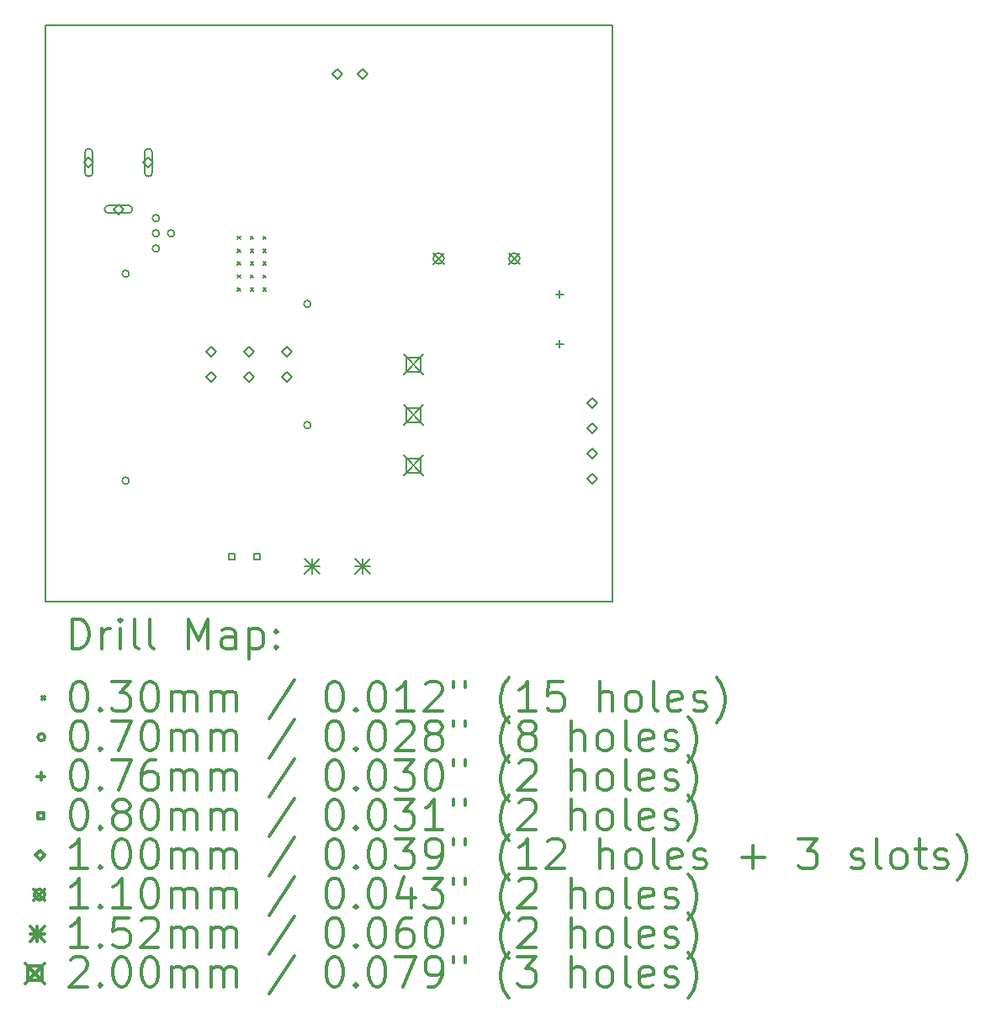
<source format=gbr>
%FSLAX45Y45*%
G04 Gerber Fmt 4.5, Leading zero omitted, Abs format (unit mm)*
G04 Created by KiCad (PCBNEW 4.0.7) date 10/02/18 03:43:43*
%MOMM*%
%LPD*%
G01*
G04 APERTURE LIST*
%ADD10C,0.127000*%
%ADD11C,0.150000*%
%ADD12C,0.200000*%
%ADD13C,0.300000*%
G04 APERTURE END LIST*
D10*
D11*
X14700000Y-12800000D02*
X14700000Y-7000000D01*
X9000000Y-12800000D02*
X9000000Y-7000000D01*
X9000000Y-12800000D02*
X14700000Y-12800000D01*
X9000000Y-7000000D02*
X14700000Y-7000000D01*
D12*
X10929400Y-9123000D02*
X10959400Y-9153000D01*
X10959400Y-9123000D02*
X10929400Y-9153000D01*
X10929400Y-9253000D02*
X10959400Y-9283000D01*
X10959400Y-9253000D02*
X10929400Y-9283000D01*
X10929400Y-9383000D02*
X10959400Y-9413000D01*
X10959400Y-9383000D02*
X10929400Y-9413000D01*
X10929400Y-9513000D02*
X10959400Y-9543000D01*
X10959400Y-9513000D02*
X10929400Y-9543000D01*
X10929400Y-9643000D02*
X10959400Y-9673000D01*
X10959400Y-9643000D02*
X10929400Y-9673000D01*
X11059400Y-9123000D02*
X11089400Y-9153000D01*
X11089400Y-9123000D02*
X11059400Y-9153000D01*
X11059400Y-9253000D02*
X11089400Y-9283000D01*
X11089400Y-9253000D02*
X11059400Y-9283000D01*
X11059400Y-9383000D02*
X11089400Y-9413000D01*
X11089400Y-9383000D02*
X11059400Y-9413000D01*
X11059400Y-9513000D02*
X11089400Y-9543000D01*
X11089400Y-9513000D02*
X11059400Y-9543000D01*
X11059400Y-9643000D02*
X11089400Y-9673000D01*
X11089400Y-9643000D02*
X11059400Y-9673000D01*
X11189400Y-9123000D02*
X11219400Y-9153000D01*
X11219400Y-9123000D02*
X11189400Y-9153000D01*
X11189400Y-9253000D02*
X11219400Y-9283000D01*
X11219400Y-9253000D02*
X11189400Y-9283000D01*
X11189400Y-9383000D02*
X11219400Y-9413000D01*
X11219400Y-9383000D02*
X11189400Y-9413000D01*
X11189400Y-9513000D02*
X11219400Y-9543000D01*
X11219400Y-9513000D02*
X11189400Y-9543000D01*
X11189400Y-9643000D02*
X11219400Y-9673000D01*
X11219400Y-9643000D02*
X11189400Y-9673000D01*
X9839400Y-9499600D02*
G75*
G03X9839400Y-9499600I-35000J0D01*
G01*
X9839400Y-11582400D02*
G75*
G03X9839400Y-11582400I-35000J0D01*
G01*
X10144200Y-8940800D02*
G75*
G03X10144200Y-8940800I-35000J0D01*
G01*
X10144200Y-9093200D02*
G75*
G03X10144200Y-9093200I-35000J0D01*
G01*
X10144200Y-9245600D02*
G75*
G03X10144200Y-9245600I-35000J0D01*
G01*
X10296600Y-9093200D02*
G75*
G03X10296600Y-9093200I-35000J0D01*
G01*
X11668200Y-9804400D02*
G75*
G03X11668200Y-9804400I-35000J0D01*
G01*
X11668200Y-11023600D02*
G75*
G03X11668200Y-11023600I-35000J0D01*
G01*
X14173200Y-9668700D02*
X14173200Y-9744900D01*
X14135100Y-9706800D02*
X14211300Y-9706800D01*
X14173200Y-10168700D02*
X14173200Y-10244900D01*
X14135100Y-10206800D02*
X14211300Y-10206800D01*
X10899485Y-12372684D02*
X10899485Y-12316115D01*
X10842916Y-12316115D01*
X10842916Y-12372684D01*
X10899485Y-12372684D01*
X11153485Y-12372684D02*
X11153485Y-12316115D01*
X11096916Y-12316115D01*
X11096916Y-12372684D01*
X11153485Y-12372684D01*
X9433000Y-8432000D02*
X9483000Y-8382000D01*
X9433000Y-8332000D01*
X9383000Y-8382000D01*
X9433000Y-8432000D01*
X9393000Y-8282000D02*
X9393000Y-8482000D01*
X9473000Y-8282000D02*
X9473000Y-8482000D01*
X9393000Y-8482000D02*
G75*
G03X9473000Y-8482000I40000J0D01*
G01*
X9473000Y-8282000D02*
G75*
G03X9393000Y-8282000I-40000J0D01*
G01*
X9733000Y-8902000D02*
X9783000Y-8852000D01*
X9733000Y-8802000D01*
X9683000Y-8852000D01*
X9733000Y-8902000D01*
X9633000Y-8892000D02*
X9833000Y-8892000D01*
X9633000Y-8812000D02*
X9833000Y-8812000D01*
X9833000Y-8892000D02*
G75*
G03X9833000Y-8812000I0J40000D01*
G01*
X9633000Y-8812000D02*
G75*
G03X9633000Y-8892000I0J-40000D01*
G01*
X10033000Y-8432000D02*
X10083000Y-8382000D01*
X10033000Y-8332000D01*
X9983000Y-8382000D01*
X10033000Y-8432000D01*
X9993000Y-8282000D02*
X9993000Y-8482000D01*
X10073000Y-8282000D02*
X10073000Y-8482000D01*
X9993000Y-8482000D02*
G75*
G03X10073000Y-8482000I40000J0D01*
G01*
X10073000Y-8282000D02*
G75*
G03X9993000Y-8282000I-40000J0D01*
G01*
X10668000Y-10337000D02*
X10718000Y-10287000D01*
X10668000Y-10237000D01*
X10618000Y-10287000D01*
X10668000Y-10337000D01*
X10668000Y-10591000D02*
X10718000Y-10541000D01*
X10668000Y-10491000D01*
X10618000Y-10541000D01*
X10668000Y-10591000D01*
X11049000Y-10337000D02*
X11099000Y-10287000D01*
X11049000Y-10237000D01*
X10999000Y-10287000D01*
X11049000Y-10337000D01*
X11049000Y-10591000D02*
X11099000Y-10541000D01*
X11049000Y-10491000D01*
X10999000Y-10541000D01*
X11049000Y-10591000D01*
X11430000Y-10337000D02*
X11480000Y-10287000D01*
X11430000Y-10237000D01*
X11380000Y-10287000D01*
X11430000Y-10337000D01*
X11430000Y-10591000D02*
X11480000Y-10541000D01*
X11430000Y-10491000D01*
X11380000Y-10541000D01*
X11430000Y-10591000D01*
X11938000Y-7543000D02*
X11988000Y-7493000D01*
X11938000Y-7443000D01*
X11888000Y-7493000D01*
X11938000Y-7543000D01*
X12192000Y-7543000D02*
X12242000Y-7493000D01*
X12192000Y-7443000D01*
X12142000Y-7493000D01*
X12192000Y-7543000D01*
X14500000Y-10850000D02*
X14550000Y-10800000D01*
X14500000Y-10750000D01*
X14450000Y-10800000D01*
X14500000Y-10850000D01*
X14500000Y-11104000D02*
X14550000Y-11054000D01*
X14500000Y-11004000D01*
X14450000Y-11054000D01*
X14500000Y-11104000D01*
X14500000Y-11358000D02*
X14550000Y-11308000D01*
X14500000Y-11258000D01*
X14450000Y-11308000D01*
X14500000Y-11358000D01*
X14500000Y-11612000D02*
X14550000Y-11562000D01*
X14500000Y-11512000D01*
X14450000Y-11562000D01*
X14500000Y-11612000D01*
X12899000Y-9292200D02*
X13009000Y-9402200D01*
X13009000Y-9292200D02*
X12899000Y-9402200D01*
X13009000Y-9347200D02*
G75*
G03X13009000Y-9347200I-55000J0D01*
G01*
X13661000Y-9292200D02*
X13771000Y-9402200D01*
X13771000Y-9292200D02*
X13661000Y-9402200D01*
X13771000Y-9347200D02*
G75*
G03X13771000Y-9347200I-55000J0D01*
G01*
X11608000Y-12370000D02*
X11760000Y-12522000D01*
X11760000Y-12370000D02*
X11608000Y-12522000D01*
X11684000Y-12370000D02*
X11684000Y-12522000D01*
X11608000Y-12446000D02*
X11760000Y-12446000D01*
X12116000Y-12370000D02*
X12268000Y-12522000D01*
X12268000Y-12370000D02*
X12116000Y-12522000D01*
X12192000Y-12370000D02*
X12192000Y-12522000D01*
X12116000Y-12446000D02*
X12268000Y-12446000D01*
X12600000Y-10314000D02*
X12800000Y-10514000D01*
X12800000Y-10314000D02*
X12600000Y-10514000D01*
X12770711Y-10484711D02*
X12770711Y-10343289D01*
X12629289Y-10343289D01*
X12629289Y-10484711D01*
X12770711Y-10484711D01*
X12600000Y-10822000D02*
X12800000Y-11022000D01*
X12800000Y-10822000D02*
X12600000Y-11022000D01*
X12770711Y-10992711D02*
X12770711Y-10851289D01*
X12629289Y-10851289D01*
X12629289Y-10992711D01*
X12770711Y-10992711D01*
X12600000Y-11330000D02*
X12800000Y-11530000D01*
X12800000Y-11330000D02*
X12600000Y-11530000D01*
X12770711Y-11500711D02*
X12770711Y-11359289D01*
X12629289Y-11359289D01*
X12629289Y-11500711D01*
X12770711Y-11500711D01*
D13*
X9263929Y-13273214D02*
X9263929Y-12973214D01*
X9335357Y-12973214D01*
X9378214Y-12987500D01*
X9406786Y-13016071D01*
X9421071Y-13044643D01*
X9435357Y-13101786D01*
X9435357Y-13144643D01*
X9421071Y-13201786D01*
X9406786Y-13230357D01*
X9378214Y-13258929D01*
X9335357Y-13273214D01*
X9263929Y-13273214D01*
X9563929Y-13273214D02*
X9563929Y-13073214D01*
X9563929Y-13130357D02*
X9578214Y-13101786D01*
X9592500Y-13087500D01*
X9621071Y-13073214D01*
X9649643Y-13073214D01*
X9749643Y-13273214D02*
X9749643Y-13073214D01*
X9749643Y-12973214D02*
X9735357Y-12987500D01*
X9749643Y-13001786D01*
X9763929Y-12987500D01*
X9749643Y-12973214D01*
X9749643Y-13001786D01*
X9935357Y-13273214D02*
X9906786Y-13258929D01*
X9892500Y-13230357D01*
X9892500Y-12973214D01*
X10092500Y-13273214D02*
X10063929Y-13258929D01*
X10049643Y-13230357D01*
X10049643Y-12973214D01*
X10435357Y-13273214D02*
X10435357Y-12973214D01*
X10535357Y-13187500D01*
X10635357Y-12973214D01*
X10635357Y-13273214D01*
X10906786Y-13273214D02*
X10906786Y-13116071D01*
X10892500Y-13087500D01*
X10863929Y-13073214D01*
X10806786Y-13073214D01*
X10778214Y-13087500D01*
X10906786Y-13258929D02*
X10878214Y-13273214D01*
X10806786Y-13273214D01*
X10778214Y-13258929D01*
X10763929Y-13230357D01*
X10763929Y-13201786D01*
X10778214Y-13173214D01*
X10806786Y-13158929D01*
X10878214Y-13158929D01*
X10906786Y-13144643D01*
X11049643Y-13073214D02*
X11049643Y-13373214D01*
X11049643Y-13087500D02*
X11078214Y-13073214D01*
X11135357Y-13073214D01*
X11163929Y-13087500D01*
X11178214Y-13101786D01*
X11192500Y-13130357D01*
X11192500Y-13216071D01*
X11178214Y-13244643D01*
X11163929Y-13258929D01*
X11135357Y-13273214D01*
X11078214Y-13273214D01*
X11049643Y-13258929D01*
X11321071Y-13244643D02*
X11335357Y-13258929D01*
X11321071Y-13273214D01*
X11306786Y-13258929D01*
X11321071Y-13244643D01*
X11321071Y-13273214D01*
X11321071Y-13087500D02*
X11335357Y-13101786D01*
X11321071Y-13116071D01*
X11306786Y-13101786D01*
X11321071Y-13087500D01*
X11321071Y-13116071D01*
X8962500Y-13752500D02*
X8992500Y-13782500D01*
X8992500Y-13752500D02*
X8962500Y-13782500D01*
X9321071Y-13603214D02*
X9349643Y-13603214D01*
X9378214Y-13617500D01*
X9392500Y-13631786D01*
X9406786Y-13660357D01*
X9421071Y-13717500D01*
X9421071Y-13788929D01*
X9406786Y-13846071D01*
X9392500Y-13874643D01*
X9378214Y-13888929D01*
X9349643Y-13903214D01*
X9321071Y-13903214D01*
X9292500Y-13888929D01*
X9278214Y-13874643D01*
X9263929Y-13846071D01*
X9249643Y-13788929D01*
X9249643Y-13717500D01*
X9263929Y-13660357D01*
X9278214Y-13631786D01*
X9292500Y-13617500D01*
X9321071Y-13603214D01*
X9549643Y-13874643D02*
X9563929Y-13888929D01*
X9549643Y-13903214D01*
X9535357Y-13888929D01*
X9549643Y-13874643D01*
X9549643Y-13903214D01*
X9663928Y-13603214D02*
X9849643Y-13603214D01*
X9749643Y-13717500D01*
X9792500Y-13717500D01*
X9821071Y-13731786D01*
X9835357Y-13746071D01*
X9849643Y-13774643D01*
X9849643Y-13846071D01*
X9835357Y-13874643D01*
X9821071Y-13888929D01*
X9792500Y-13903214D01*
X9706786Y-13903214D01*
X9678214Y-13888929D01*
X9663928Y-13874643D01*
X10035357Y-13603214D02*
X10063929Y-13603214D01*
X10092500Y-13617500D01*
X10106786Y-13631786D01*
X10121071Y-13660357D01*
X10135357Y-13717500D01*
X10135357Y-13788929D01*
X10121071Y-13846071D01*
X10106786Y-13874643D01*
X10092500Y-13888929D01*
X10063929Y-13903214D01*
X10035357Y-13903214D01*
X10006786Y-13888929D01*
X9992500Y-13874643D01*
X9978214Y-13846071D01*
X9963929Y-13788929D01*
X9963929Y-13717500D01*
X9978214Y-13660357D01*
X9992500Y-13631786D01*
X10006786Y-13617500D01*
X10035357Y-13603214D01*
X10263929Y-13903214D02*
X10263929Y-13703214D01*
X10263929Y-13731786D02*
X10278214Y-13717500D01*
X10306786Y-13703214D01*
X10349643Y-13703214D01*
X10378214Y-13717500D01*
X10392500Y-13746071D01*
X10392500Y-13903214D01*
X10392500Y-13746071D02*
X10406786Y-13717500D01*
X10435357Y-13703214D01*
X10478214Y-13703214D01*
X10506786Y-13717500D01*
X10521071Y-13746071D01*
X10521071Y-13903214D01*
X10663929Y-13903214D02*
X10663929Y-13703214D01*
X10663929Y-13731786D02*
X10678214Y-13717500D01*
X10706786Y-13703214D01*
X10749643Y-13703214D01*
X10778214Y-13717500D01*
X10792500Y-13746071D01*
X10792500Y-13903214D01*
X10792500Y-13746071D02*
X10806786Y-13717500D01*
X10835357Y-13703214D01*
X10878214Y-13703214D01*
X10906786Y-13717500D01*
X10921071Y-13746071D01*
X10921071Y-13903214D01*
X11506786Y-13588929D02*
X11249643Y-13974643D01*
X11892500Y-13603214D02*
X11921071Y-13603214D01*
X11949643Y-13617500D01*
X11963928Y-13631786D01*
X11978214Y-13660357D01*
X11992500Y-13717500D01*
X11992500Y-13788929D01*
X11978214Y-13846071D01*
X11963928Y-13874643D01*
X11949643Y-13888929D01*
X11921071Y-13903214D01*
X11892500Y-13903214D01*
X11863928Y-13888929D01*
X11849643Y-13874643D01*
X11835357Y-13846071D01*
X11821071Y-13788929D01*
X11821071Y-13717500D01*
X11835357Y-13660357D01*
X11849643Y-13631786D01*
X11863928Y-13617500D01*
X11892500Y-13603214D01*
X12121071Y-13874643D02*
X12135357Y-13888929D01*
X12121071Y-13903214D01*
X12106786Y-13888929D01*
X12121071Y-13874643D01*
X12121071Y-13903214D01*
X12321071Y-13603214D02*
X12349643Y-13603214D01*
X12378214Y-13617500D01*
X12392500Y-13631786D01*
X12406785Y-13660357D01*
X12421071Y-13717500D01*
X12421071Y-13788929D01*
X12406785Y-13846071D01*
X12392500Y-13874643D01*
X12378214Y-13888929D01*
X12349643Y-13903214D01*
X12321071Y-13903214D01*
X12292500Y-13888929D01*
X12278214Y-13874643D01*
X12263928Y-13846071D01*
X12249643Y-13788929D01*
X12249643Y-13717500D01*
X12263928Y-13660357D01*
X12278214Y-13631786D01*
X12292500Y-13617500D01*
X12321071Y-13603214D01*
X12706785Y-13903214D02*
X12535357Y-13903214D01*
X12621071Y-13903214D02*
X12621071Y-13603214D01*
X12592500Y-13646071D01*
X12563928Y-13674643D01*
X12535357Y-13688929D01*
X12821071Y-13631786D02*
X12835357Y-13617500D01*
X12863928Y-13603214D01*
X12935357Y-13603214D01*
X12963928Y-13617500D01*
X12978214Y-13631786D01*
X12992500Y-13660357D01*
X12992500Y-13688929D01*
X12978214Y-13731786D01*
X12806785Y-13903214D01*
X12992500Y-13903214D01*
X13106786Y-13603214D02*
X13106786Y-13660357D01*
X13221071Y-13603214D02*
X13221071Y-13660357D01*
X13663928Y-14017500D02*
X13649643Y-14003214D01*
X13621071Y-13960357D01*
X13606785Y-13931786D01*
X13592500Y-13888929D01*
X13578214Y-13817500D01*
X13578214Y-13760357D01*
X13592500Y-13688929D01*
X13606785Y-13646071D01*
X13621071Y-13617500D01*
X13649643Y-13574643D01*
X13663928Y-13560357D01*
X13935357Y-13903214D02*
X13763928Y-13903214D01*
X13849643Y-13903214D02*
X13849643Y-13603214D01*
X13821071Y-13646071D01*
X13792500Y-13674643D01*
X13763928Y-13688929D01*
X14206785Y-13603214D02*
X14063928Y-13603214D01*
X14049643Y-13746071D01*
X14063928Y-13731786D01*
X14092500Y-13717500D01*
X14163928Y-13717500D01*
X14192500Y-13731786D01*
X14206785Y-13746071D01*
X14221071Y-13774643D01*
X14221071Y-13846071D01*
X14206785Y-13874643D01*
X14192500Y-13888929D01*
X14163928Y-13903214D01*
X14092500Y-13903214D01*
X14063928Y-13888929D01*
X14049643Y-13874643D01*
X14578214Y-13903214D02*
X14578214Y-13603214D01*
X14706785Y-13903214D02*
X14706785Y-13746071D01*
X14692500Y-13717500D01*
X14663928Y-13703214D01*
X14621071Y-13703214D01*
X14592500Y-13717500D01*
X14578214Y-13731786D01*
X14892500Y-13903214D02*
X14863928Y-13888929D01*
X14849643Y-13874643D01*
X14835357Y-13846071D01*
X14835357Y-13760357D01*
X14849643Y-13731786D01*
X14863928Y-13717500D01*
X14892500Y-13703214D01*
X14935357Y-13703214D01*
X14963928Y-13717500D01*
X14978214Y-13731786D01*
X14992500Y-13760357D01*
X14992500Y-13846071D01*
X14978214Y-13874643D01*
X14963928Y-13888929D01*
X14935357Y-13903214D01*
X14892500Y-13903214D01*
X15163928Y-13903214D02*
X15135357Y-13888929D01*
X15121071Y-13860357D01*
X15121071Y-13603214D01*
X15392500Y-13888929D02*
X15363928Y-13903214D01*
X15306786Y-13903214D01*
X15278214Y-13888929D01*
X15263928Y-13860357D01*
X15263928Y-13746071D01*
X15278214Y-13717500D01*
X15306786Y-13703214D01*
X15363928Y-13703214D01*
X15392500Y-13717500D01*
X15406786Y-13746071D01*
X15406786Y-13774643D01*
X15263928Y-13803214D01*
X15521071Y-13888929D02*
X15549643Y-13903214D01*
X15606786Y-13903214D01*
X15635357Y-13888929D01*
X15649643Y-13860357D01*
X15649643Y-13846071D01*
X15635357Y-13817500D01*
X15606786Y-13803214D01*
X15563928Y-13803214D01*
X15535357Y-13788929D01*
X15521071Y-13760357D01*
X15521071Y-13746071D01*
X15535357Y-13717500D01*
X15563928Y-13703214D01*
X15606786Y-13703214D01*
X15635357Y-13717500D01*
X15749643Y-14017500D02*
X15763928Y-14003214D01*
X15792500Y-13960357D01*
X15806786Y-13931786D01*
X15821071Y-13888929D01*
X15835357Y-13817500D01*
X15835357Y-13760357D01*
X15821071Y-13688929D01*
X15806786Y-13646071D01*
X15792500Y-13617500D01*
X15763928Y-13574643D01*
X15749643Y-13560357D01*
X8992500Y-14163500D02*
G75*
G03X8992500Y-14163500I-35000J0D01*
G01*
X9321071Y-13999214D02*
X9349643Y-13999214D01*
X9378214Y-14013500D01*
X9392500Y-14027786D01*
X9406786Y-14056357D01*
X9421071Y-14113500D01*
X9421071Y-14184929D01*
X9406786Y-14242071D01*
X9392500Y-14270643D01*
X9378214Y-14284929D01*
X9349643Y-14299214D01*
X9321071Y-14299214D01*
X9292500Y-14284929D01*
X9278214Y-14270643D01*
X9263929Y-14242071D01*
X9249643Y-14184929D01*
X9249643Y-14113500D01*
X9263929Y-14056357D01*
X9278214Y-14027786D01*
X9292500Y-14013500D01*
X9321071Y-13999214D01*
X9549643Y-14270643D02*
X9563929Y-14284929D01*
X9549643Y-14299214D01*
X9535357Y-14284929D01*
X9549643Y-14270643D01*
X9549643Y-14299214D01*
X9663928Y-13999214D02*
X9863928Y-13999214D01*
X9735357Y-14299214D01*
X10035357Y-13999214D02*
X10063929Y-13999214D01*
X10092500Y-14013500D01*
X10106786Y-14027786D01*
X10121071Y-14056357D01*
X10135357Y-14113500D01*
X10135357Y-14184929D01*
X10121071Y-14242071D01*
X10106786Y-14270643D01*
X10092500Y-14284929D01*
X10063929Y-14299214D01*
X10035357Y-14299214D01*
X10006786Y-14284929D01*
X9992500Y-14270643D01*
X9978214Y-14242071D01*
X9963929Y-14184929D01*
X9963929Y-14113500D01*
X9978214Y-14056357D01*
X9992500Y-14027786D01*
X10006786Y-14013500D01*
X10035357Y-13999214D01*
X10263929Y-14299214D02*
X10263929Y-14099214D01*
X10263929Y-14127786D02*
X10278214Y-14113500D01*
X10306786Y-14099214D01*
X10349643Y-14099214D01*
X10378214Y-14113500D01*
X10392500Y-14142071D01*
X10392500Y-14299214D01*
X10392500Y-14142071D02*
X10406786Y-14113500D01*
X10435357Y-14099214D01*
X10478214Y-14099214D01*
X10506786Y-14113500D01*
X10521071Y-14142071D01*
X10521071Y-14299214D01*
X10663929Y-14299214D02*
X10663929Y-14099214D01*
X10663929Y-14127786D02*
X10678214Y-14113500D01*
X10706786Y-14099214D01*
X10749643Y-14099214D01*
X10778214Y-14113500D01*
X10792500Y-14142071D01*
X10792500Y-14299214D01*
X10792500Y-14142071D02*
X10806786Y-14113500D01*
X10835357Y-14099214D01*
X10878214Y-14099214D01*
X10906786Y-14113500D01*
X10921071Y-14142071D01*
X10921071Y-14299214D01*
X11506786Y-13984929D02*
X11249643Y-14370643D01*
X11892500Y-13999214D02*
X11921071Y-13999214D01*
X11949643Y-14013500D01*
X11963928Y-14027786D01*
X11978214Y-14056357D01*
X11992500Y-14113500D01*
X11992500Y-14184929D01*
X11978214Y-14242071D01*
X11963928Y-14270643D01*
X11949643Y-14284929D01*
X11921071Y-14299214D01*
X11892500Y-14299214D01*
X11863928Y-14284929D01*
X11849643Y-14270643D01*
X11835357Y-14242071D01*
X11821071Y-14184929D01*
X11821071Y-14113500D01*
X11835357Y-14056357D01*
X11849643Y-14027786D01*
X11863928Y-14013500D01*
X11892500Y-13999214D01*
X12121071Y-14270643D02*
X12135357Y-14284929D01*
X12121071Y-14299214D01*
X12106786Y-14284929D01*
X12121071Y-14270643D01*
X12121071Y-14299214D01*
X12321071Y-13999214D02*
X12349643Y-13999214D01*
X12378214Y-14013500D01*
X12392500Y-14027786D01*
X12406785Y-14056357D01*
X12421071Y-14113500D01*
X12421071Y-14184929D01*
X12406785Y-14242071D01*
X12392500Y-14270643D01*
X12378214Y-14284929D01*
X12349643Y-14299214D01*
X12321071Y-14299214D01*
X12292500Y-14284929D01*
X12278214Y-14270643D01*
X12263928Y-14242071D01*
X12249643Y-14184929D01*
X12249643Y-14113500D01*
X12263928Y-14056357D01*
X12278214Y-14027786D01*
X12292500Y-14013500D01*
X12321071Y-13999214D01*
X12535357Y-14027786D02*
X12549643Y-14013500D01*
X12578214Y-13999214D01*
X12649643Y-13999214D01*
X12678214Y-14013500D01*
X12692500Y-14027786D01*
X12706785Y-14056357D01*
X12706785Y-14084929D01*
X12692500Y-14127786D01*
X12521071Y-14299214D01*
X12706785Y-14299214D01*
X12878214Y-14127786D02*
X12849643Y-14113500D01*
X12835357Y-14099214D01*
X12821071Y-14070643D01*
X12821071Y-14056357D01*
X12835357Y-14027786D01*
X12849643Y-14013500D01*
X12878214Y-13999214D01*
X12935357Y-13999214D01*
X12963928Y-14013500D01*
X12978214Y-14027786D01*
X12992500Y-14056357D01*
X12992500Y-14070643D01*
X12978214Y-14099214D01*
X12963928Y-14113500D01*
X12935357Y-14127786D01*
X12878214Y-14127786D01*
X12849643Y-14142071D01*
X12835357Y-14156357D01*
X12821071Y-14184929D01*
X12821071Y-14242071D01*
X12835357Y-14270643D01*
X12849643Y-14284929D01*
X12878214Y-14299214D01*
X12935357Y-14299214D01*
X12963928Y-14284929D01*
X12978214Y-14270643D01*
X12992500Y-14242071D01*
X12992500Y-14184929D01*
X12978214Y-14156357D01*
X12963928Y-14142071D01*
X12935357Y-14127786D01*
X13106786Y-13999214D02*
X13106786Y-14056357D01*
X13221071Y-13999214D02*
X13221071Y-14056357D01*
X13663928Y-14413500D02*
X13649643Y-14399214D01*
X13621071Y-14356357D01*
X13606785Y-14327786D01*
X13592500Y-14284929D01*
X13578214Y-14213500D01*
X13578214Y-14156357D01*
X13592500Y-14084929D01*
X13606785Y-14042071D01*
X13621071Y-14013500D01*
X13649643Y-13970643D01*
X13663928Y-13956357D01*
X13821071Y-14127786D02*
X13792500Y-14113500D01*
X13778214Y-14099214D01*
X13763928Y-14070643D01*
X13763928Y-14056357D01*
X13778214Y-14027786D01*
X13792500Y-14013500D01*
X13821071Y-13999214D01*
X13878214Y-13999214D01*
X13906785Y-14013500D01*
X13921071Y-14027786D01*
X13935357Y-14056357D01*
X13935357Y-14070643D01*
X13921071Y-14099214D01*
X13906785Y-14113500D01*
X13878214Y-14127786D01*
X13821071Y-14127786D01*
X13792500Y-14142071D01*
X13778214Y-14156357D01*
X13763928Y-14184929D01*
X13763928Y-14242071D01*
X13778214Y-14270643D01*
X13792500Y-14284929D01*
X13821071Y-14299214D01*
X13878214Y-14299214D01*
X13906785Y-14284929D01*
X13921071Y-14270643D01*
X13935357Y-14242071D01*
X13935357Y-14184929D01*
X13921071Y-14156357D01*
X13906785Y-14142071D01*
X13878214Y-14127786D01*
X14292500Y-14299214D02*
X14292500Y-13999214D01*
X14421071Y-14299214D02*
X14421071Y-14142071D01*
X14406785Y-14113500D01*
X14378214Y-14099214D01*
X14335357Y-14099214D01*
X14306785Y-14113500D01*
X14292500Y-14127786D01*
X14606785Y-14299214D02*
X14578214Y-14284929D01*
X14563928Y-14270643D01*
X14549643Y-14242071D01*
X14549643Y-14156357D01*
X14563928Y-14127786D01*
X14578214Y-14113500D01*
X14606785Y-14099214D01*
X14649643Y-14099214D01*
X14678214Y-14113500D01*
X14692500Y-14127786D01*
X14706785Y-14156357D01*
X14706785Y-14242071D01*
X14692500Y-14270643D01*
X14678214Y-14284929D01*
X14649643Y-14299214D01*
X14606785Y-14299214D01*
X14878214Y-14299214D02*
X14849643Y-14284929D01*
X14835357Y-14256357D01*
X14835357Y-13999214D01*
X15106786Y-14284929D02*
X15078214Y-14299214D01*
X15021071Y-14299214D01*
X14992500Y-14284929D01*
X14978214Y-14256357D01*
X14978214Y-14142071D01*
X14992500Y-14113500D01*
X15021071Y-14099214D01*
X15078214Y-14099214D01*
X15106786Y-14113500D01*
X15121071Y-14142071D01*
X15121071Y-14170643D01*
X14978214Y-14199214D01*
X15235357Y-14284929D02*
X15263928Y-14299214D01*
X15321071Y-14299214D01*
X15349643Y-14284929D01*
X15363928Y-14256357D01*
X15363928Y-14242071D01*
X15349643Y-14213500D01*
X15321071Y-14199214D01*
X15278214Y-14199214D01*
X15249643Y-14184929D01*
X15235357Y-14156357D01*
X15235357Y-14142071D01*
X15249643Y-14113500D01*
X15278214Y-14099214D01*
X15321071Y-14099214D01*
X15349643Y-14113500D01*
X15463928Y-14413500D02*
X15478214Y-14399214D01*
X15506786Y-14356357D01*
X15521071Y-14327786D01*
X15535357Y-14284929D01*
X15549643Y-14213500D01*
X15549643Y-14156357D01*
X15535357Y-14084929D01*
X15521071Y-14042071D01*
X15506786Y-14013500D01*
X15478214Y-13970643D01*
X15463928Y-13956357D01*
X8954400Y-14521400D02*
X8954400Y-14597600D01*
X8916300Y-14559500D02*
X8992500Y-14559500D01*
X9321071Y-14395214D02*
X9349643Y-14395214D01*
X9378214Y-14409500D01*
X9392500Y-14423786D01*
X9406786Y-14452357D01*
X9421071Y-14509500D01*
X9421071Y-14580929D01*
X9406786Y-14638071D01*
X9392500Y-14666643D01*
X9378214Y-14680929D01*
X9349643Y-14695214D01*
X9321071Y-14695214D01*
X9292500Y-14680929D01*
X9278214Y-14666643D01*
X9263929Y-14638071D01*
X9249643Y-14580929D01*
X9249643Y-14509500D01*
X9263929Y-14452357D01*
X9278214Y-14423786D01*
X9292500Y-14409500D01*
X9321071Y-14395214D01*
X9549643Y-14666643D02*
X9563929Y-14680929D01*
X9549643Y-14695214D01*
X9535357Y-14680929D01*
X9549643Y-14666643D01*
X9549643Y-14695214D01*
X9663928Y-14395214D02*
X9863928Y-14395214D01*
X9735357Y-14695214D01*
X10106786Y-14395214D02*
X10049643Y-14395214D01*
X10021071Y-14409500D01*
X10006786Y-14423786D01*
X9978214Y-14466643D01*
X9963929Y-14523786D01*
X9963929Y-14638071D01*
X9978214Y-14666643D01*
X9992500Y-14680929D01*
X10021071Y-14695214D01*
X10078214Y-14695214D01*
X10106786Y-14680929D01*
X10121071Y-14666643D01*
X10135357Y-14638071D01*
X10135357Y-14566643D01*
X10121071Y-14538071D01*
X10106786Y-14523786D01*
X10078214Y-14509500D01*
X10021071Y-14509500D01*
X9992500Y-14523786D01*
X9978214Y-14538071D01*
X9963929Y-14566643D01*
X10263929Y-14695214D02*
X10263929Y-14495214D01*
X10263929Y-14523786D02*
X10278214Y-14509500D01*
X10306786Y-14495214D01*
X10349643Y-14495214D01*
X10378214Y-14509500D01*
X10392500Y-14538071D01*
X10392500Y-14695214D01*
X10392500Y-14538071D02*
X10406786Y-14509500D01*
X10435357Y-14495214D01*
X10478214Y-14495214D01*
X10506786Y-14509500D01*
X10521071Y-14538071D01*
X10521071Y-14695214D01*
X10663929Y-14695214D02*
X10663929Y-14495214D01*
X10663929Y-14523786D02*
X10678214Y-14509500D01*
X10706786Y-14495214D01*
X10749643Y-14495214D01*
X10778214Y-14509500D01*
X10792500Y-14538071D01*
X10792500Y-14695214D01*
X10792500Y-14538071D02*
X10806786Y-14509500D01*
X10835357Y-14495214D01*
X10878214Y-14495214D01*
X10906786Y-14509500D01*
X10921071Y-14538071D01*
X10921071Y-14695214D01*
X11506786Y-14380929D02*
X11249643Y-14766643D01*
X11892500Y-14395214D02*
X11921071Y-14395214D01*
X11949643Y-14409500D01*
X11963928Y-14423786D01*
X11978214Y-14452357D01*
X11992500Y-14509500D01*
X11992500Y-14580929D01*
X11978214Y-14638071D01*
X11963928Y-14666643D01*
X11949643Y-14680929D01*
X11921071Y-14695214D01*
X11892500Y-14695214D01*
X11863928Y-14680929D01*
X11849643Y-14666643D01*
X11835357Y-14638071D01*
X11821071Y-14580929D01*
X11821071Y-14509500D01*
X11835357Y-14452357D01*
X11849643Y-14423786D01*
X11863928Y-14409500D01*
X11892500Y-14395214D01*
X12121071Y-14666643D02*
X12135357Y-14680929D01*
X12121071Y-14695214D01*
X12106786Y-14680929D01*
X12121071Y-14666643D01*
X12121071Y-14695214D01*
X12321071Y-14395214D02*
X12349643Y-14395214D01*
X12378214Y-14409500D01*
X12392500Y-14423786D01*
X12406785Y-14452357D01*
X12421071Y-14509500D01*
X12421071Y-14580929D01*
X12406785Y-14638071D01*
X12392500Y-14666643D01*
X12378214Y-14680929D01*
X12349643Y-14695214D01*
X12321071Y-14695214D01*
X12292500Y-14680929D01*
X12278214Y-14666643D01*
X12263928Y-14638071D01*
X12249643Y-14580929D01*
X12249643Y-14509500D01*
X12263928Y-14452357D01*
X12278214Y-14423786D01*
X12292500Y-14409500D01*
X12321071Y-14395214D01*
X12521071Y-14395214D02*
X12706785Y-14395214D01*
X12606785Y-14509500D01*
X12649643Y-14509500D01*
X12678214Y-14523786D01*
X12692500Y-14538071D01*
X12706785Y-14566643D01*
X12706785Y-14638071D01*
X12692500Y-14666643D01*
X12678214Y-14680929D01*
X12649643Y-14695214D01*
X12563928Y-14695214D01*
X12535357Y-14680929D01*
X12521071Y-14666643D01*
X12892500Y-14395214D02*
X12921071Y-14395214D01*
X12949643Y-14409500D01*
X12963928Y-14423786D01*
X12978214Y-14452357D01*
X12992500Y-14509500D01*
X12992500Y-14580929D01*
X12978214Y-14638071D01*
X12963928Y-14666643D01*
X12949643Y-14680929D01*
X12921071Y-14695214D01*
X12892500Y-14695214D01*
X12863928Y-14680929D01*
X12849643Y-14666643D01*
X12835357Y-14638071D01*
X12821071Y-14580929D01*
X12821071Y-14509500D01*
X12835357Y-14452357D01*
X12849643Y-14423786D01*
X12863928Y-14409500D01*
X12892500Y-14395214D01*
X13106786Y-14395214D02*
X13106786Y-14452357D01*
X13221071Y-14395214D02*
X13221071Y-14452357D01*
X13663928Y-14809500D02*
X13649643Y-14795214D01*
X13621071Y-14752357D01*
X13606785Y-14723786D01*
X13592500Y-14680929D01*
X13578214Y-14609500D01*
X13578214Y-14552357D01*
X13592500Y-14480929D01*
X13606785Y-14438071D01*
X13621071Y-14409500D01*
X13649643Y-14366643D01*
X13663928Y-14352357D01*
X13763928Y-14423786D02*
X13778214Y-14409500D01*
X13806785Y-14395214D01*
X13878214Y-14395214D01*
X13906785Y-14409500D01*
X13921071Y-14423786D01*
X13935357Y-14452357D01*
X13935357Y-14480929D01*
X13921071Y-14523786D01*
X13749643Y-14695214D01*
X13935357Y-14695214D01*
X14292500Y-14695214D02*
X14292500Y-14395214D01*
X14421071Y-14695214D02*
X14421071Y-14538071D01*
X14406785Y-14509500D01*
X14378214Y-14495214D01*
X14335357Y-14495214D01*
X14306785Y-14509500D01*
X14292500Y-14523786D01*
X14606785Y-14695214D02*
X14578214Y-14680929D01*
X14563928Y-14666643D01*
X14549643Y-14638071D01*
X14549643Y-14552357D01*
X14563928Y-14523786D01*
X14578214Y-14509500D01*
X14606785Y-14495214D01*
X14649643Y-14495214D01*
X14678214Y-14509500D01*
X14692500Y-14523786D01*
X14706785Y-14552357D01*
X14706785Y-14638071D01*
X14692500Y-14666643D01*
X14678214Y-14680929D01*
X14649643Y-14695214D01*
X14606785Y-14695214D01*
X14878214Y-14695214D02*
X14849643Y-14680929D01*
X14835357Y-14652357D01*
X14835357Y-14395214D01*
X15106786Y-14680929D02*
X15078214Y-14695214D01*
X15021071Y-14695214D01*
X14992500Y-14680929D01*
X14978214Y-14652357D01*
X14978214Y-14538071D01*
X14992500Y-14509500D01*
X15021071Y-14495214D01*
X15078214Y-14495214D01*
X15106786Y-14509500D01*
X15121071Y-14538071D01*
X15121071Y-14566643D01*
X14978214Y-14595214D01*
X15235357Y-14680929D02*
X15263928Y-14695214D01*
X15321071Y-14695214D01*
X15349643Y-14680929D01*
X15363928Y-14652357D01*
X15363928Y-14638071D01*
X15349643Y-14609500D01*
X15321071Y-14595214D01*
X15278214Y-14595214D01*
X15249643Y-14580929D01*
X15235357Y-14552357D01*
X15235357Y-14538071D01*
X15249643Y-14509500D01*
X15278214Y-14495214D01*
X15321071Y-14495214D01*
X15349643Y-14509500D01*
X15463928Y-14809500D02*
X15478214Y-14795214D01*
X15506786Y-14752357D01*
X15521071Y-14723786D01*
X15535357Y-14680929D01*
X15549643Y-14609500D01*
X15549643Y-14552357D01*
X15535357Y-14480929D01*
X15521071Y-14438071D01*
X15506786Y-14409500D01*
X15478214Y-14366643D01*
X15463928Y-14352357D01*
X8980784Y-14983785D02*
X8980784Y-14927216D01*
X8924215Y-14927216D01*
X8924215Y-14983785D01*
X8980784Y-14983785D01*
X9321071Y-14791214D02*
X9349643Y-14791214D01*
X9378214Y-14805500D01*
X9392500Y-14819786D01*
X9406786Y-14848357D01*
X9421071Y-14905500D01*
X9421071Y-14976929D01*
X9406786Y-15034071D01*
X9392500Y-15062643D01*
X9378214Y-15076929D01*
X9349643Y-15091214D01*
X9321071Y-15091214D01*
X9292500Y-15076929D01*
X9278214Y-15062643D01*
X9263929Y-15034071D01*
X9249643Y-14976929D01*
X9249643Y-14905500D01*
X9263929Y-14848357D01*
X9278214Y-14819786D01*
X9292500Y-14805500D01*
X9321071Y-14791214D01*
X9549643Y-15062643D02*
X9563929Y-15076929D01*
X9549643Y-15091214D01*
X9535357Y-15076929D01*
X9549643Y-15062643D01*
X9549643Y-15091214D01*
X9735357Y-14919786D02*
X9706786Y-14905500D01*
X9692500Y-14891214D01*
X9678214Y-14862643D01*
X9678214Y-14848357D01*
X9692500Y-14819786D01*
X9706786Y-14805500D01*
X9735357Y-14791214D01*
X9792500Y-14791214D01*
X9821071Y-14805500D01*
X9835357Y-14819786D01*
X9849643Y-14848357D01*
X9849643Y-14862643D01*
X9835357Y-14891214D01*
X9821071Y-14905500D01*
X9792500Y-14919786D01*
X9735357Y-14919786D01*
X9706786Y-14934071D01*
X9692500Y-14948357D01*
X9678214Y-14976929D01*
X9678214Y-15034071D01*
X9692500Y-15062643D01*
X9706786Y-15076929D01*
X9735357Y-15091214D01*
X9792500Y-15091214D01*
X9821071Y-15076929D01*
X9835357Y-15062643D01*
X9849643Y-15034071D01*
X9849643Y-14976929D01*
X9835357Y-14948357D01*
X9821071Y-14934071D01*
X9792500Y-14919786D01*
X10035357Y-14791214D02*
X10063929Y-14791214D01*
X10092500Y-14805500D01*
X10106786Y-14819786D01*
X10121071Y-14848357D01*
X10135357Y-14905500D01*
X10135357Y-14976929D01*
X10121071Y-15034071D01*
X10106786Y-15062643D01*
X10092500Y-15076929D01*
X10063929Y-15091214D01*
X10035357Y-15091214D01*
X10006786Y-15076929D01*
X9992500Y-15062643D01*
X9978214Y-15034071D01*
X9963929Y-14976929D01*
X9963929Y-14905500D01*
X9978214Y-14848357D01*
X9992500Y-14819786D01*
X10006786Y-14805500D01*
X10035357Y-14791214D01*
X10263929Y-15091214D02*
X10263929Y-14891214D01*
X10263929Y-14919786D02*
X10278214Y-14905500D01*
X10306786Y-14891214D01*
X10349643Y-14891214D01*
X10378214Y-14905500D01*
X10392500Y-14934071D01*
X10392500Y-15091214D01*
X10392500Y-14934071D02*
X10406786Y-14905500D01*
X10435357Y-14891214D01*
X10478214Y-14891214D01*
X10506786Y-14905500D01*
X10521071Y-14934071D01*
X10521071Y-15091214D01*
X10663929Y-15091214D02*
X10663929Y-14891214D01*
X10663929Y-14919786D02*
X10678214Y-14905500D01*
X10706786Y-14891214D01*
X10749643Y-14891214D01*
X10778214Y-14905500D01*
X10792500Y-14934071D01*
X10792500Y-15091214D01*
X10792500Y-14934071D02*
X10806786Y-14905500D01*
X10835357Y-14891214D01*
X10878214Y-14891214D01*
X10906786Y-14905500D01*
X10921071Y-14934071D01*
X10921071Y-15091214D01*
X11506786Y-14776929D02*
X11249643Y-15162643D01*
X11892500Y-14791214D02*
X11921071Y-14791214D01*
X11949643Y-14805500D01*
X11963928Y-14819786D01*
X11978214Y-14848357D01*
X11992500Y-14905500D01*
X11992500Y-14976929D01*
X11978214Y-15034071D01*
X11963928Y-15062643D01*
X11949643Y-15076929D01*
X11921071Y-15091214D01*
X11892500Y-15091214D01*
X11863928Y-15076929D01*
X11849643Y-15062643D01*
X11835357Y-15034071D01*
X11821071Y-14976929D01*
X11821071Y-14905500D01*
X11835357Y-14848357D01*
X11849643Y-14819786D01*
X11863928Y-14805500D01*
X11892500Y-14791214D01*
X12121071Y-15062643D02*
X12135357Y-15076929D01*
X12121071Y-15091214D01*
X12106786Y-15076929D01*
X12121071Y-15062643D01*
X12121071Y-15091214D01*
X12321071Y-14791214D02*
X12349643Y-14791214D01*
X12378214Y-14805500D01*
X12392500Y-14819786D01*
X12406785Y-14848357D01*
X12421071Y-14905500D01*
X12421071Y-14976929D01*
X12406785Y-15034071D01*
X12392500Y-15062643D01*
X12378214Y-15076929D01*
X12349643Y-15091214D01*
X12321071Y-15091214D01*
X12292500Y-15076929D01*
X12278214Y-15062643D01*
X12263928Y-15034071D01*
X12249643Y-14976929D01*
X12249643Y-14905500D01*
X12263928Y-14848357D01*
X12278214Y-14819786D01*
X12292500Y-14805500D01*
X12321071Y-14791214D01*
X12521071Y-14791214D02*
X12706785Y-14791214D01*
X12606785Y-14905500D01*
X12649643Y-14905500D01*
X12678214Y-14919786D01*
X12692500Y-14934071D01*
X12706785Y-14962643D01*
X12706785Y-15034071D01*
X12692500Y-15062643D01*
X12678214Y-15076929D01*
X12649643Y-15091214D01*
X12563928Y-15091214D01*
X12535357Y-15076929D01*
X12521071Y-15062643D01*
X12992500Y-15091214D02*
X12821071Y-15091214D01*
X12906785Y-15091214D02*
X12906785Y-14791214D01*
X12878214Y-14834071D01*
X12849643Y-14862643D01*
X12821071Y-14876929D01*
X13106786Y-14791214D02*
X13106786Y-14848357D01*
X13221071Y-14791214D02*
X13221071Y-14848357D01*
X13663928Y-15205500D02*
X13649643Y-15191214D01*
X13621071Y-15148357D01*
X13606785Y-15119786D01*
X13592500Y-15076929D01*
X13578214Y-15005500D01*
X13578214Y-14948357D01*
X13592500Y-14876929D01*
X13606785Y-14834071D01*
X13621071Y-14805500D01*
X13649643Y-14762643D01*
X13663928Y-14748357D01*
X13763928Y-14819786D02*
X13778214Y-14805500D01*
X13806785Y-14791214D01*
X13878214Y-14791214D01*
X13906785Y-14805500D01*
X13921071Y-14819786D01*
X13935357Y-14848357D01*
X13935357Y-14876929D01*
X13921071Y-14919786D01*
X13749643Y-15091214D01*
X13935357Y-15091214D01*
X14292500Y-15091214D02*
X14292500Y-14791214D01*
X14421071Y-15091214D02*
X14421071Y-14934071D01*
X14406785Y-14905500D01*
X14378214Y-14891214D01*
X14335357Y-14891214D01*
X14306785Y-14905500D01*
X14292500Y-14919786D01*
X14606785Y-15091214D02*
X14578214Y-15076929D01*
X14563928Y-15062643D01*
X14549643Y-15034071D01*
X14549643Y-14948357D01*
X14563928Y-14919786D01*
X14578214Y-14905500D01*
X14606785Y-14891214D01*
X14649643Y-14891214D01*
X14678214Y-14905500D01*
X14692500Y-14919786D01*
X14706785Y-14948357D01*
X14706785Y-15034071D01*
X14692500Y-15062643D01*
X14678214Y-15076929D01*
X14649643Y-15091214D01*
X14606785Y-15091214D01*
X14878214Y-15091214D02*
X14849643Y-15076929D01*
X14835357Y-15048357D01*
X14835357Y-14791214D01*
X15106786Y-15076929D02*
X15078214Y-15091214D01*
X15021071Y-15091214D01*
X14992500Y-15076929D01*
X14978214Y-15048357D01*
X14978214Y-14934071D01*
X14992500Y-14905500D01*
X15021071Y-14891214D01*
X15078214Y-14891214D01*
X15106786Y-14905500D01*
X15121071Y-14934071D01*
X15121071Y-14962643D01*
X14978214Y-14991214D01*
X15235357Y-15076929D02*
X15263928Y-15091214D01*
X15321071Y-15091214D01*
X15349643Y-15076929D01*
X15363928Y-15048357D01*
X15363928Y-15034071D01*
X15349643Y-15005500D01*
X15321071Y-14991214D01*
X15278214Y-14991214D01*
X15249643Y-14976929D01*
X15235357Y-14948357D01*
X15235357Y-14934071D01*
X15249643Y-14905500D01*
X15278214Y-14891214D01*
X15321071Y-14891214D01*
X15349643Y-14905500D01*
X15463928Y-15205500D02*
X15478214Y-15191214D01*
X15506786Y-15148357D01*
X15521071Y-15119786D01*
X15535357Y-15076929D01*
X15549643Y-15005500D01*
X15549643Y-14948357D01*
X15535357Y-14876929D01*
X15521071Y-14834071D01*
X15506786Y-14805500D01*
X15478214Y-14762643D01*
X15463928Y-14748357D01*
X8942500Y-15401500D02*
X8992500Y-15351500D01*
X8942500Y-15301500D01*
X8892500Y-15351500D01*
X8942500Y-15401500D01*
X9421071Y-15487214D02*
X9249643Y-15487214D01*
X9335357Y-15487214D02*
X9335357Y-15187214D01*
X9306786Y-15230071D01*
X9278214Y-15258643D01*
X9249643Y-15272929D01*
X9549643Y-15458643D02*
X9563929Y-15472929D01*
X9549643Y-15487214D01*
X9535357Y-15472929D01*
X9549643Y-15458643D01*
X9549643Y-15487214D01*
X9749643Y-15187214D02*
X9778214Y-15187214D01*
X9806786Y-15201500D01*
X9821071Y-15215786D01*
X9835357Y-15244357D01*
X9849643Y-15301500D01*
X9849643Y-15372929D01*
X9835357Y-15430071D01*
X9821071Y-15458643D01*
X9806786Y-15472929D01*
X9778214Y-15487214D01*
X9749643Y-15487214D01*
X9721071Y-15472929D01*
X9706786Y-15458643D01*
X9692500Y-15430071D01*
X9678214Y-15372929D01*
X9678214Y-15301500D01*
X9692500Y-15244357D01*
X9706786Y-15215786D01*
X9721071Y-15201500D01*
X9749643Y-15187214D01*
X10035357Y-15187214D02*
X10063929Y-15187214D01*
X10092500Y-15201500D01*
X10106786Y-15215786D01*
X10121071Y-15244357D01*
X10135357Y-15301500D01*
X10135357Y-15372929D01*
X10121071Y-15430071D01*
X10106786Y-15458643D01*
X10092500Y-15472929D01*
X10063929Y-15487214D01*
X10035357Y-15487214D01*
X10006786Y-15472929D01*
X9992500Y-15458643D01*
X9978214Y-15430071D01*
X9963929Y-15372929D01*
X9963929Y-15301500D01*
X9978214Y-15244357D01*
X9992500Y-15215786D01*
X10006786Y-15201500D01*
X10035357Y-15187214D01*
X10263929Y-15487214D02*
X10263929Y-15287214D01*
X10263929Y-15315786D02*
X10278214Y-15301500D01*
X10306786Y-15287214D01*
X10349643Y-15287214D01*
X10378214Y-15301500D01*
X10392500Y-15330071D01*
X10392500Y-15487214D01*
X10392500Y-15330071D02*
X10406786Y-15301500D01*
X10435357Y-15287214D01*
X10478214Y-15287214D01*
X10506786Y-15301500D01*
X10521071Y-15330071D01*
X10521071Y-15487214D01*
X10663929Y-15487214D02*
X10663929Y-15287214D01*
X10663929Y-15315786D02*
X10678214Y-15301500D01*
X10706786Y-15287214D01*
X10749643Y-15287214D01*
X10778214Y-15301500D01*
X10792500Y-15330071D01*
X10792500Y-15487214D01*
X10792500Y-15330071D02*
X10806786Y-15301500D01*
X10835357Y-15287214D01*
X10878214Y-15287214D01*
X10906786Y-15301500D01*
X10921071Y-15330071D01*
X10921071Y-15487214D01*
X11506786Y-15172929D02*
X11249643Y-15558643D01*
X11892500Y-15187214D02*
X11921071Y-15187214D01*
X11949643Y-15201500D01*
X11963928Y-15215786D01*
X11978214Y-15244357D01*
X11992500Y-15301500D01*
X11992500Y-15372929D01*
X11978214Y-15430071D01*
X11963928Y-15458643D01*
X11949643Y-15472929D01*
X11921071Y-15487214D01*
X11892500Y-15487214D01*
X11863928Y-15472929D01*
X11849643Y-15458643D01*
X11835357Y-15430071D01*
X11821071Y-15372929D01*
X11821071Y-15301500D01*
X11835357Y-15244357D01*
X11849643Y-15215786D01*
X11863928Y-15201500D01*
X11892500Y-15187214D01*
X12121071Y-15458643D02*
X12135357Y-15472929D01*
X12121071Y-15487214D01*
X12106786Y-15472929D01*
X12121071Y-15458643D01*
X12121071Y-15487214D01*
X12321071Y-15187214D02*
X12349643Y-15187214D01*
X12378214Y-15201500D01*
X12392500Y-15215786D01*
X12406785Y-15244357D01*
X12421071Y-15301500D01*
X12421071Y-15372929D01*
X12406785Y-15430071D01*
X12392500Y-15458643D01*
X12378214Y-15472929D01*
X12349643Y-15487214D01*
X12321071Y-15487214D01*
X12292500Y-15472929D01*
X12278214Y-15458643D01*
X12263928Y-15430071D01*
X12249643Y-15372929D01*
X12249643Y-15301500D01*
X12263928Y-15244357D01*
X12278214Y-15215786D01*
X12292500Y-15201500D01*
X12321071Y-15187214D01*
X12521071Y-15187214D02*
X12706785Y-15187214D01*
X12606785Y-15301500D01*
X12649643Y-15301500D01*
X12678214Y-15315786D01*
X12692500Y-15330071D01*
X12706785Y-15358643D01*
X12706785Y-15430071D01*
X12692500Y-15458643D01*
X12678214Y-15472929D01*
X12649643Y-15487214D01*
X12563928Y-15487214D01*
X12535357Y-15472929D01*
X12521071Y-15458643D01*
X12849643Y-15487214D02*
X12906785Y-15487214D01*
X12935357Y-15472929D01*
X12949643Y-15458643D01*
X12978214Y-15415786D01*
X12992500Y-15358643D01*
X12992500Y-15244357D01*
X12978214Y-15215786D01*
X12963928Y-15201500D01*
X12935357Y-15187214D01*
X12878214Y-15187214D01*
X12849643Y-15201500D01*
X12835357Y-15215786D01*
X12821071Y-15244357D01*
X12821071Y-15315786D01*
X12835357Y-15344357D01*
X12849643Y-15358643D01*
X12878214Y-15372929D01*
X12935357Y-15372929D01*
X12963928Y-15358643D01*
X12978214Y-15344357D01*
X12992500Y-15315786D01*
X13106786Y-15187214D02*
X13106786Y-15244357D01*
X13221071Y-15187214D02*
X13221071Y-15244357D01*
X13663928Y-15601500D02*
X13649643Y-15587214D01*
X13621071Y-15544357D01*
X13606785Y-15515786D01*
X13592500Y-15472929D01*
X13578214Y-15401500D01*
X13578214Y-15344357D01*
X13592500Y-15272929D01*
X13606785Y-15230071D01*
X13621071Y-15201500D01*
X13649643Y-15158643D01*
X13663928Y-15144357D01*
X13935357Y-15487214D02*
X13763928Y-15487214D01*
X13849643Y-15487214D02*
X13849643Y-15187214D01*
X13821071Y-15230071D01*
X13792500Y-15258643D01*
X13763928Y-15272929D01*
X14049643Y-15215786D02*
X14063928Y-15201500D01*
X14092500Y-15187214D01*
X14163928Y-15187214D01*
X14192500Y-15201500D01*
X14206785Y-15215786D01*
X14221071Y-15244357D01*
X14221071Y-15272929D01*
X14206785Y-15315786D01*
X14035357Y-15487214D01*
X14221071Y-15487214D01*
X14578214Y-15487214D02*
X14578214Y-15187214D01*
X14706785Y-15487214D02*
X14706785Y-15330071D01*
X14692500Y-15301500D01*
X14663928Y-15287214D01*
X14621071Y-15287214D01*
X14592500Y-15301500D01*
X14578214Y-15315786D01*
X14892500Y-15487214D02*
X14863928Y-15472929D01*
X14849643Y-15458643D01*
X14835357Y-15430071D01*
X14835357Y-15344357D01*
X14849643Y-15315786D01*
X14863928Y-15301500D01*
X14892500Y-15287214D01*
X14935357Y-15287214D01*
X14963928Y-15301500D01*
X14978214Y-15315786D01*
X14992500Y-15344357D01*
X14992500Y-15430071D01*
X14978214Y-15458643D01*
X14963928Y-15472929D01*
X14935357Y-15487214D01*
X14892500Y-15487214D01*
X15163928Y-15487214D02*
X15135357Y-15472929D01*
X15121071Y-15444357D01*
X15121071Y-15187214D01*
X15392500Y-15472929D02*
X15363928Y-15487214D01*
X15306786Y-15487214D01*
X15278214Y-15472929D01*
X15263928Y-15444357D01*
X15263928Y-15330071D01*
X15278214Y-15301500D01*
X15306786Y-15287214D01*
X15363928Y-15287214D01*
X15392500Y-15301500D01*
X15406786Y-15330071D01*
X15406786Y-15358643D01*
X15263928Y-15387214D01*
X15521071Y-15472929D02*
X15549643Y-15487214D01*
X15606786Y-15487214D01*
X15635357Y-15472929D01*
X15649643Y-15444357D01*
X15649643Y-15430071D01*
X15635357Y-15401500D01*
X15606786Y-15387214D01*
X15563928Y-15387214D01*
X15535357Y-15372929D01*
X15521071Y-15344357D01*
X15521071Y-15330071D01*
X15535357Y-15301500D01*
X15563928Y-15287214D01*
X15606786Y-15287214D01*
X15635357Y-15301500D01*
X16006786Y-15372929D02*
X16235357Y-15372929D01*
X16121071Y-15487214D02*
X16121071Y-15258643D01*
X16578214Y-15187214D02*
X16763928Y-15187214D01*
X16663928Y-15301500D01*
X16706786Y-15301500D01*
X16735357Y-15315786D01*
X16749643Y-15330071D01*
X16763928Y-15358643D01*
X16763928Y-15430071D01*
X16749643Y-15458643D01*
X16735357Y-15472929D01*
X16706786Y-15487214D01*
X16621071Y-15487214D01*
X16592500Y-15472929D01*
X16578214Y-15458643D01*
X17106786Y-15472929D02*
X17135357Y-15487214D01*
X17192500Y-15487214D01*
X17221071Y-15472929D01*
X17235357Y-15444357D01*
X17235357Y-15430071D01*
X17221071Y-15401500D01*
X17192500Y-15387214D01*
X17149643Y-15387214D01*
X17121071Y-15372929D01*
X17106786Y-15344357D01*
X17106786Y-15330071D01*
X17121071Y-15301500D01*
X17149643Y-15287214D01*
X17192500Y-15287214D01*
X17221071Y-15301500D01*
X17406786Y-15487214D02*
X17378214Y-15472929D01*
X17363928Y-15444357D01*
X17363928Y-15187214D01*
X17563928Y-15487214D02*
X17535357Y-15472929D01*
X17521071Y-15458643D01*
X17506786Y-15430071D01*
X17506786Y-15344357D01*
X17521071Y-15315786D01*
X17535357Y-15301500D01*
X17563928Y-15287214D01*
X17606786Y-15287214D01*
X17635357Y-15301500D01*
X17649643Y-15315786D01*
X17663928Y-15344357D01*
X17663928Y-15430071D01*
X17649643Y-15458643D01*
X17635357Y-15472929D01*
X17606786Y-15487214D01*
X17563928Y-15487214D01*
X17749643Y-15287214D02*
X17863928Y-15287214D01*
X17792500Y-15187214D02*
X17792500Y-15444357D01*
X17806786Y-15472929D01*
X17835357Y-15487214D01*
X17863928Y-15487214D01*
X17949643Y-15472929D02*
X17978214Y-15487214D01*
X18035357Y-15487214D01*
X18063929Y-15472929D01*
X18078214Y-15444357D01*
X18078214Y-15430071D01*
X18063929Y-15401500D01*
X18035357Y-15387214D01*
X17992500Y-15387214D01*
X17963929Y-15372929D01*
X17949643Y-15344357D01*
X17949643Y-15330071D01*
X17963929Y-15301500D01*
X17992500Y-15287214D01*
X18035357Y-15287214D01*
X18063929Y-15301500D01*
X18178214Y-15601500D02*
X18192500Y-15587214D01*
X18221071Y-15544357D01*
X18235357Y-15515786D01*
X18249643Y-15472929D01*
X18263928Y-15401500D01*
X18263928Y-15344357D01*
X18249643Y-15272929D01*
X18235357Y-15230071D01*
X18221071Y-15201500D01*
X18192500Y-15158643D01*
X18178214Y-15144357D01*
X8882500Y-15692500D02*
X8992500Y-15802500D01*
X8992500Y-15692500D02*
X8882500Y-15802500D01*
X8992500Y-15747500D02*
G75*
G03X8992500Y-15747500I-55000J0D01*
G01*
X9421071Y-15883214D02*
X9249643Y-15883214D01*
X9335357Y-15883214D02*
X9335357Y-15583214D01*
X9306786Y-15626071D01*
X9278214Y-15654643D01*
X9249643Y-15668929D01*
X9549643Y-15854643D02*
X9563929Y-15868929D01*
X9549643Y-15883214D01*
X9535357Y-15868929D01*
X9549643Y-15854643D01*
X9549643Y-15883214D01*
X9849643Y-15883214D02*
X9678214Y-15883214D01*
X9763928Y-15883214D02*
X9763928Y-15583214D01*
X9735357Y-15626071D01*
X9706786Y-15654643D01*
X9678214Y-15668929D01*
X10035357Y-15583214D02*
X10063929Y-15583214D01*
X10092500Y-15597500D01*
X10106786Y-15611786D01*
X10121071Y-15640357D01*
X10135357Y-15697500D01*
X10135357Y-15768929D01*
X10121071Y-15826071D01*
X10106786Y-15854643D01*
X10092500Y-15868929D01*
X10063929Y-15883214D01*
X10035357Y-15883214D01*
X10006786Y-15868929D01*
X9992500Y-15854643D01*
X9978214Y-15826071D01*
X9963929Y-15768929D01*
X9963929Y-15697500D01*
X9978214Y-15640357D01*
X9992500Y-15611786D01*
X10006786Y-15597500D01*
X10035357Y-15583214D01*
X10263929Y-15883214D02*
X10263929Y-15683214D01*
X10263929Y-15711786D02*
X10278214Y-15697500D01*
X10306786Y-15683214D01*
X10349643Y-15683214D01*
X10378214Y-15697500D01*
X10392500Y-15726071D01*
X10392500Y-15883214D01*
X10392500Y-15726071D02*
X10406786Y-15697500D01*
X10435357Y-15683214D01*
X10478214Y-15683214D01*
X10506786Y-15697500D01*
X10521071Y-15726071D01*
X10521071Y-15883214D01*
X10663929Y-15883214D02*
X10663929Y-15683214D01*
X10663929Y-15711786D02*
X10678214Y-15697500D01*
X10706786Y-15683214D01*
X10749643Y-15683214D01*
X10778214Y-15697500D01*
X10792500Y-15726071D01*
X10792500Y-15883214D01*
X10792500Y-15726071D02*
X10806786Y-15697500D01*
X10835357Y-15683214D01*
X10878214Y-15683214D01*
X10906786Y-15697500D01*
X10921071Y-15726071D01*
X10921071Y-15883214D01*
X11506786Y-15568929D02*
X11249643Y-15954643D01*
X11892500Y-15583214D02*
X11921071Y-15583214D01*
X11949643Y-15597500D01*
X11963928Y-15611786D01*
X11978214Y-15640357D01*
X11992500Y-15697500D01*
X11992500Y-15768929D01*
X11978214Y-15826071D01*
X11963928Y-15854643D01*
X11949643Y-15868929D01*
X11921071Y-15883214D01*
X11892500Y-15883214D01*
X11863928Y-15868929D01*
X11849643Y-15854643D01*
X11835357Y-15826071D01*
X11821071Y-15768929D01*
X11821071Y-15697500D01*
X11835357Y-15640357D01*
X11849643Y-15611786D01*
X11863928Y-15597500D01*
X11892500Y-15583214D01*
X12121071Y-15854643D02*
X12135357Y-15868929D01*
X12121071Y-15883214D01*
X12106786Y-15868929D01*
X12121071Y-15854643D01*
X12121071Y-15883214D01*
X12321071Y-15583214D02*
X12349643Y-15583214D01*
X12378214Y-15597500D01*
X12392500Y-15611786D01*
X12406785Y-15640357D01*
X12421071Y-15697500D01*
X12421071Y-15768929D01*
X12406785Y-15826071D01*
X12392500Y-15854643D01*
X12378214Y-15868929D01*
X12349643Y-15883214D01*
X12321071Y-15883214D01*
X12292500Y-15868929D01*
X12278214Y-15854643D01*
X12263928Y-15826071D01*
X12249643Y-15768929D01*
X12249643Y-15697500D01*
X12263928Y-15640357D01*
X12278214Y-15611786D01*
X12292500Y-15597500D01*
X12321071Y-15583214D01*
X12678214Y-15683214D02*
X12678214Y-15883214D01*
X12606785Y-15568929D02*
X12535357Y-15783214D01*
X12721071Y-15783214D01*
X12806785Y-15583214D02*
X12992500Y-15583214D01*
X12892500Y-15697500D01*
X12935357Y-15697500D01*
X12963928Y-15711786D01*
X12978214Y-15726071D01*
X12992500Y-15754643D01*
X12992500Y-15826071D01*
X12978214Y-15854643D01*
X12963928Y-15868929D01*
X12935357Y-15883214D01*
X12849643Y-15883214D01*
X12821071Y-15868929D01*
X12806785Y-15854643D01*
X13106786Y-15583214D02*
X13106786Y-15640357D01*
X13221071Y-15583214D02*
X13221071Y-15640357D01*
X13663928Y-15997500D02*
X13649643Y-15983214D01*
X13621071Y-15940357D01*
X13606785Y-15911786D01*
X13592500Y-15868929D01*
X13578214Y-15797500D01*
X13578214Y-15740357D01*
X13592500Y-15668929D01*
X13606785Y-15626071D01*
X13621071Y-15597500D01*
X13649643Y-15554643D01*
X13663928Y-15540357D01*
X13763928Y-15611786D02*
X13778214Y-15597500D01*
X13806785Y-15583214D01*
X13878214Y-15583214D01*
X13906785Y-15597500D01*
X13921071Y-15611786D01*
X13935357Y-15640357D01*
X13935357Y-15668929D01*
X13921071Y-15711786D01*
X13749643Y-15883214D01*
X13935357Y-15883214D01*
X14292500Y-15883214D02*
X14292500Y-15583214D01*
X14421071Y-15883214D02*
X14421071Y-15726071D01*
X14406785Y-15697500D01*
X14378214Y-15683214D01*
X14335357Y-15683214D01*
X14306785Y-15697500D01*
X14292500Y-15711786D01*
X14606785Y-15883214D02*
X14578214Y-15868929D01*
X14563928Y-15854643D01*
X14549643Y-15826071D01*
X14549643Y-15740357D01*
X14563928Y-15711786D01*
X14578214Y-15697500D01*
X14606785Y-15683214D01*
X14649643Y-15683214D01*
X14678214Y-15697500D01*
X14692500Y-15711786D01*
X14706785Y-15740357D01*
X14706785Y-15826071D01*
X14692500Y-15854643D01*
X14678214Y-15868929D01*
X14649643Y-15883214D01*
X14606785Y-15883214D01*
X14878214Y-15883214D02*
X14849643Y-15868929D01*
X14835357Y-15840357D01*
X14835357Y-15583214D01*
X15106786Y-15868929D02*
X15078214Y-15883214D01*
X15021071Y-15883214D01*
X14992500Y-15868929D01*
X14978214Y-15840357D01*
X14978214Y-15726071D01*
X14992500Y-15697500D01*
X15021071Y-15683214D01*
X15078214Y-15683214D01*
X15106786Y-15697500D01*
X15121071Y-15726071D01*
X15121071Y-15754643D01*
X14978214Y-15783214D01*
X15235357Y-15868929D02*
X15263928Y-15883214D01*
X15321071Y-15883214D01*
X15349643Y-15868929D01*
X15363928Y-15840357D01*
X15363928Y-15826071D01*
X15349643Y-15797500D01*
X15321071Y-15783214D01*
X15278214Y-15783214D01*
X15249643Y-15768929D01*
X15235357Y-15740357D01*
X15235357Y-15726071D01*
X15249643Y-15697500D01*
X15278214Y-15683214D01*
X15321071Y-15683214D01*
X15349643Y-15697500D01*
X15463928Y-15997500D02*
X15478214Y-15983214D01*
X15506786Y-15940357D01*
X15521071Y-15911786D01*
X15535357Y-15868929D01*
X15549643Y-15797500D01*
X15549643Y-15740357D01*
X15535357Y-15668929D01*
X15521071Y-15626071D01*
X15506786Y-15597500D01*
X15478214Y-15554643D01*
X15463928Y-15540357D01*
X8840500Y-16067500D02*
X8992500Y-16219500D01*
X8992500Y-16067500D02*
X8840500Y-16219500D01*
X8916500Y-16067500D02*
X8916500Y-16219500D01*
X8840500Y-16143500D02*
X8992500Y-16143500D01*
X9421071Y-16279214D02*
X9249643Y-16279214D01*
X9335357Y-16279214D02*
X9335357Y-15979214D01*
X9306786Y-16022071D01*
X9278214Y-16050643D01*
X9249643Y-16064929D01*
X9549643Y-16250643D02*
X9563929Y-16264929D01*
X9549643Y-16279214D01*
X9535357Y-16264929D01*
X9549643Y-16250643D01*
X9549643Y-16279214D01*
X9835357Y-15979214D02*
X9692500Y-15979214D01*
X9678214Y-16122071D01*
X9692500Y-16107786D01*
X9721071Y-16093500D01*
X9792500Y-16093500D01*
X9821071Y-16107786D01*
X9835357Y-16122071D01*
X9849643Y-16150643D01*
X9849643Y-16222071D01*
X9835357Y-16250643D01*
X9821071Y-16264929D01*
X9792500Y-16279214D01*
X9721071Y-16279214D01*
X9692500Y-16264929D01*
X9678214Y-16250643D01*
X9963929Y-16007786D02*
X9978214Y-15993500D01*
X10006786Y-15979214D01*
X10078214Y-15979214D01*
X10106786Y-15993500D01*
X10121071Y-16007786D01*
X10135357Y-16036357D01*
X10135357Y-16064929D01*
X10121071Y-16107786D01*
X9949643Y-16279214D01*
X10135357Y-16279214D01*
X10263929Y-16279214D02*
X10263929Y-16079214D01*
X10263929Y-16107786D02*
X10278214Y-16093500D01*
X10306786Y-16079214D01*
X10349643Y-16079214D01*
X10378214Y-16093500D01*
X10392500Y-16122071D01*
X10392500Y-16279214D01*
X10392500Y-16122071D02*
X10406786Y-16093500D01*
X10435357Y-16079214D01*
X10478214Y-16079214D01*
X10506786Y-16093500D01*
X10521071Y-16122071D01*
X10521071Y-16279214D01*
X10663929Y-16279214D02*
X10663929Y-16079214D01*
X10663929Y-16107786D02*
X10678214Y-16093500D01*
X10706786Y-16079214D01*
X10749643Y-16079214D01*
X10778214Y-16093500D01*
X10792500Y-16122071D01*
X10792500Y-16279214D01*
X10792500Y-16122071D02*
X10806786Y-16093500D01*
X10835357Y-16079214D01*
X10878214Y-16079214D01*
X10906786Y-16093500D01*
X10921071Y-16122071D01*
X10921071Y-16279214D01*
X11506786Y-15964929D02*
X11249643Y-16350643D01*
X11892500Y-15979214D02*
X11921071Y-15979214D01*
X11949643Y-15993500D01*
X11963928Y-16007786D01*
X11978214Y-16036357D01*
X11992500Y-16093500D01*
X11992500Y-16164929D01*
X11978214Y-16222071D01*
X11963928Y-16250643D01*
X11949643Y-16264929D01*
X11921071Y-16279214D01*
X11892500Y-16279214D01*
X11863928Y-16264929D01*
X11849643Y-16250643D01*
X11835357Y-16222071D01*
X11821071Y-16164929D01*
X11821071Y-16093500D01*
X11835357Y-16036357D01*
X11849643Y-16007786D01*
X11863928Y-15993500D01*
X11892500Y-15979214D01*
X12121071Y-16250643D02*
X12135357Y-16264929D01*
X12121071Y-16279214D01*
X12106786Y-16264929D01*
X12121071Y-16250643D01*
X12121071Y-16279214D01*
X12321071Y-15979214D02*
X12349643Y-15979214D01*
X12378214Y-15993500D01*
X12392500Y-16007786D01*
X12406785Y-16036357D01*
X12421071Y-16093500D01*
X12421071Y-16164929D01*
X12406785Y-16222071D01*
X12392500Y-16250643D01*
X12378214Y-16264929D01*
X12349643Y-16279214D01*
X12321071Y-16279214D01*
X12292500Y-16264929D01*
X12278214Y-16250643D01*
X12263928Y-16222071D01*
X12249643Y-16164929D01*
X12249643Y-16093500D01*
X12263928Y-16036357D01*
X12278214Y-16007786D01*
X12292500Y-15993500D01*
X12321071Y-15979214D01*
X12678214Y-15979214D02*
X12621071Y-15979214D01*
X12592500Y-15993500D01*
X12578214Y-16007786D01*
X12549643Y-16050643D01*
X12535357Y-16107786D01*
X12535357Y-16222071D01*
X12549643Y-16250643D01*
X12563928Y-16264929D01*
X12592500Y-16279214D01*
X12649643Y-16279214D01*
X12678214Y-16264929D01*
X12692500Y-16250643D01*
X12706785Y-16222071D01*
X12706785Y-16150643D01*
X12692500Y-16122071D01*
X12678214Y-16107786D01*
X12649643Y-16093500D01*
X12592500Y-16093500D01*
X12563928Y-16107786D01*
X12549643Y-16122071D01*
X12535357Y-16150643D01*
X12892500Y-15979214D02*
X12921071Y-15979214D01*
X12949643Y-15993500D01*
X12963928Y-16007786D01*
X12978214Y-16036357D01*
X12992500Y-16093500D01*
X12992500Y-16164929D01*
X12978214Y-16222071D01*
X12963928Y-16250643D01*
X12949643Y-16264929D01*
X12921071Y-16279214D01*
X12892500Y-16279214D01*
X12863928Y-16264929D01*
X12849643Y-16250643D01*
X12835357Y-16222071D01*
X12821071Y-16164929D01*
X12821071Y-16093500D01*
X12835357Y-16036357D01*
X12849643Y-16007786D01*
X12863928Y-15993500D01*
X12892500Y-15979214D01*
X13106786Y-15979214D02*
X13106786Y-16036357D01*
X13221071Y-15979214D02*
X13221071Y-16036357D01*
X13663928Y-16393500D02*
X13649643Y-16379214D01*
X13621071Y-16336357D01*
X13606785Y-16307786D01*
X13592500Y-16264929D01*
X13578214Y-16193500D01*
X13578214Y-16136357D01*
X13592500Y-16064929D01*
X13606785Y-16022071D01*
X13621071Y-15993500D01*
X13649643Y-15950643D01*
X13663928Y-15936357D01*
X13763928Y-16007786D02*
X13778214Y-15993500D01*
X13806785Y-15979214D01*
X13878214Y-15979214D01*
X13906785Y-15993500D01*
X13921071Y-16007786D01*
X13935357Y-16036357D01*
X13935357Y-16064929D01*
X13921071Y-16107786D01*
X13749643Y-16279214D01*
X13935357Y-16279214D01*
X14292500Y-16279214D02*
X14292500Y-15979214D01*
X14421071Y-16279214D02*
X14421071Y-16122071D01*
X14406785Y-16093500D01*
X14378214Y-16079214D01*
X14335357Y-16079214D01*
X14306785Y-16093500D01*
X14292500Y-16107786D01*
X14606785Y-16279214D02*
X14578214Y-16264929D01*
X14563928Y-16250643D01*
X14549643Y-16222071D01*
X14549643Y-16136357D01*
X14563928Y-16107786D01*
X14578214Y-16093500D01*
X14606785Y-16079214D01*
X14649643Y-16079214D01*
X14678214Y-16093500D01*
X14692500Y-16107786D01*
X14706785Y-16136357D01*
X14706785Y-16222071D01*
X14692500Y-16250643D01*
X14678214Y-16264929D01*
X14649643Y-16279214D01*
X14606785Y-16279214D01*
X14878214Y-16279214D02*
X14849643Y-16264929D01*
X14835357Y-16236357D01*
X14835357Y-15979214D01*
X15106786Y-16264929D02*
X15078214Y-16279214D01*
X15021071Y-16279214D01*
X14992500Y-16264929D01*
X14978214Y-16236357D01*
X14978214Y-16122071D01*
X14992500Y-16093500D01*
X15021071Y-16079214D01*
X15078214Y-16079214D01*
X15106786Y-16093500D01*
X15121071Y-16122071D01*
X15121071Y-16150643D01*
X14978214Y-16179214D01*
X15235357Y-16264929D02*
X15263928Y-16279214D01*
X15321071Y-16279214D01*
X15349643Y-16264929D01*
X15363928Y-16236357D01*
X15363928Y-16222071D01*
X15349643Y-16193500D01*
X15321071Y-16179214D01*
X15278214Y-16179214D01*
X15249643Y-16164929D01*
X15235357Y-16136357D01*
X15235357Y-16122071D01*
X15249643Y-16093500D01*
X15278214Y-16079214D01*
X15321071Y-16079214D01*
X15349643Y-16093500D01*
X15463928Y-16393500D02*
X15478214Y-16379214D01*
X15506786Y-16336357D01*
X15521071Y-16307786D01*
X15535357Y-16264929D01*
X15549643Y-16193500D01*
X15549643Y-16136357D01*
X15535357Y-16064929D01*
X15521071Y-16022071D01*
X15506786Y-15993500D01*
X15478214Y-15950643D01*
X15463928Y-15936357D01*
X8792500Y-16439500D02*
X8992500Y-16639500D01*
X8992500Y-16439500D02*
X8792500Y-16639500D01*
X8963211Y-16610211D02*
X8963211Y-16468789D01*
X8821789Y-16468789D01*
X8821789Y-16610211D01*
X8963211Y-16610211D01*
X9249643Y-16403786D02*
X9263929Y-16389500D01*
X9292500Y-16375214D01*
X9363929Y-16375214D01*
X9392500Y-16389500D01*
X9406786Y-16403786D01*
X9421071Y-16432357D01*
X9421071Y-16460929D01*
X9406786Y-16503786D01*
X9235357Y-16675214D01*
X9421071Y-16675214D01*
X9549643Y-16646643D02*
X9563929Y-16660929D01*
X9549643Y-16675214D01*
X9535357Y-16660929D01*
X9549643Y-16646643D01*
X9549643Y-16675214D01*
X9749643Y-16375214D02*
X9778214Y-16375214D01*
X9806786Y-16389500D01*
X9821071Y-16403786D01*
X9835357Y-16432357D01*
X9849643Y-16489500D01*
X9849643Y-16560929D01*
X9835357Y-16618071D01*
X9821071Y-16646643D01*
X9806786Y-16660929D01*
X9778214Y-16675214D01*
X9749643Y-16675214D01*
X9721071Y-16660929D01*
X9706786Y-16646643D01*
X9692500Y-16618071D01*
X9678214Y-16560929D01*
X9678214Y-16489500D01*
X9692500Y-16432357D01*
X9706786Y-16403786D01*
X9721071Y-16389500D01*
X9749643Y-16375214D01*
X10035357Y-16375214D02*
X10063929Y-16375214D01*
X10092500Y-16389500D01*
X10106786Y-16403786D01*
X10121071Y-16432357D01*
X10135357Y-16489500D01*
X10135357Y-16560929D01*
X10121071Y-16618071D01*
X10106786Y-16646643D01*
X10092500Y-16660929D01*
X10063929Y-16675214D01*
X10035357Y-16675214D01*
X10006786Y-16660929D01*
X9992500Y-16646643D01*
X9978214Y-16618071D01*
X9963929Y-16560929D01*
X9963929Y-16489500D01*
X9978214Y-16432357D01*
X9992500Y-16403786D01*
X10006786Y-16389500D01*
X10035357Y-16375214D01*
X10263929Y-16675214D02*
X10263929Y-16475214D01*
X10263929Y-16503786D02*
X10278214Y-16489500D01*
X10306786Y-16475214D01*
X10349643Y-16475214D01*
X10378214Y-16489500D01*
X10392500Y-16518071D01*
X10392500Y-16675214D01*
X10392500Y-16518071D02*
X10406786Y-16489500D01*
X10435357Y-16475214D01*
X10478214Y-16475214D01*
X10506786Y-16489500D01*
X10521071Y-16518071D01*
X10521071Y-16675214D01*
X10663929Y-16675214D02*
X10663929Y-16475214D01*
X10663929Y-16503786D02*
X10678214Y-16489500D01*
X10706786Y-16475214D01*
X10749643Y-16475214D01*
X10778214Y-16489500D01*
X10792500Y-16518071D01*
X10792500Y-16675214D01*
X10792500Y-16518071D02*
X10806786Y-16489500D01*
X10835357Y-16475214D01*
X10878214Y-16475214D01*
X10906786Y-16489500D01*
X10921071Y-16518071D01*
X10921071Y-16675214D01*
X11506786Y-16360929D02*
X11249643Y-16746643D01*
X11892500Y-16375214D02*
X11921071Y-16375214D01*
X11949643Y-16389500D01*
X11963928Y-16403786D01*
X11978214Y-16432357D01*
X11992500Y-16489500D01*
X11992500Y-16560929D01*
X11978214Y-16618071D01*
X11963928Y-16646643D01*
X11949643Y-16660929D01*
X11921071Y-16675214D01*
X11892500Y-16675214D01*
X11863928Y-16660929D01*
X11849643Y-16646643D01*
X11835357Y-16618071D01*
X11821071Y-16560929D01*
X11821071Y-16489500D01*
X11835357Y-16432357D01*
X11849643Y-16403786D01*
X11863928Y-16389500D01*
X11892500Y-16375214D01*
X12121071Y-16646643D02*
X12135357Y-16660929D01*
X12121071Y-16675214D01*
X12106786Y-16660929D01*
X12121071Y-16646643D01*
X12121071Y-16675214D01*
X12321071Y-16375214D02*
X12349643Y-16375214D01*
X12378214Y-16389500D01*
X12392500Y-16403786D01*
X12406785Y-16432357D01*
X12421071Y-16489500D01*
X12421071Y-16560929D01*
X12406785Y-16618071D01*
X12392500Y-16646643D01*
X12378214Y-16660929D01*
X12349643Y-16675214D01*
X12321071Y-16675214D01*
X12292500Y-16660929D01*
X12278214Y-16646643D01*
X12263928Y-16618071D01*
X12249643Y-16560929D01*
X12249643Y-16489500D01*
X12263928Y-16432357D01*
X12278214Y-16403786D01*
X12292500Y-16389500D01*
X12321071Y-16375214D01*
X12521071Y-16375214D02*
X12721071Y-16375214D01*
X12592500Y-16675214D01*
X12849643Y-16675214D02*
X12906785Y-16675214D01*
X12935357Y-16660929D01*
X12949643Y-16646643D01*
X12978214Y-16603786D01*
X12992500Y-16546643D01*
X12992500Y-16432357D01*
X12978214Y-16403786D01*
X12963928Y-16389500D01*
X12935357Y-16375214D01*
X12878214Y-16375214D01*
X12849643Y-16389500D01*
X12835357Y-16403786D01*
X12821071Y-16432357D01*
X12821071Y-16503786D01*
X12835357Y-16532357D01*
X12849643Y-16546643D01*
X12878214Y-16560929D01*
X12935357Y-16560929D01*
X12963928Y-16546643D01*
X12978214Y-16532357D01*
X12992500Y-16503786D01*
X13106786Y-16375214D02*
X13106786Y-16432357D01*
X13221071Y-16375214D02*
X13221071Y-16432357D01*
X13663928Y-16789500D02*
X13649643Y-16775214D01*
X13621071Y-16732357D01*
X13606785Y-16703786D01*
X13592500Y-16660929D01*
X13578214Y-16589500D01*
X13578214Y-16532357D01*
X13592500Y-16460929D01*
X13606785Y-16418071D01*
X13621071Y-16389500D01*
X13649643Y-16346643D01*
X13663928Y-16332357D01*
X13749643Y-16375214D02*
X13935357Y-16375214D01*
X13835357Y-16489500D01*
X13878214Y-16489500D01*
X13906785Y-16503786D01*
X13921071Y-16518071D01*
X13935357Y-16546643D01*
X13935357Y-16618071D01*
X13921071Y-16646643D01*
X13906785Y-16660929D01*
X13878214Y-16675214D01*
X13792500Y-16675214D01*
X13763928Y-16660929D01*
X13749643Y-16646643D01*
X14292500Y-16675214D02*
X14292500Y-16375214D01*
X14421071Y-16675214D02*
X14421071Y-16518071D01*
X14406785Y-16489500D01*
X14378214Y-16475214D01*
X14335357Y-16475214D01*
X14306785Y-16489500D01*
X14292500Y-16503786D01*
X14606785Y-16675214D02*
X14578214Y-16660929D01*
X14563928Y-16646643D01*
X14549643Y-16618071D01*
X14549643Y-16532357D01*
X14563928Y-16503786D01*
X14578214Y-16489500D01*
X14606785Y-16475214D01*
X14649643Y-16475214D01*
X14678214Y-16489500D01*
X14692500Y-16503786D01*
X14706785Y-16532357D01*
X14706785Y-16618071D01*
X14692500Y-16646643D01*
X14678214Y-16660929D01*
X14649643Y-16675214D01*
X14606785Y-16675214D01*
X14878214Y-16675214D02*
X14849643Y-16660929D01*
X14835357Y-16632357D01*
X14835357Y-16375214D01*
X15106786Y-16660929D02*
X15078214Y-16675214D01*
X15021071Y-16675214D01*
X14992500Y-16660929D01*
X14978214Y-16632357D01*
X14978214Y-16518071D01*
X14992500Y-16489500D01*
X15021071Y-16475214D01*
X15078214Y-16475214D01*
X15106786Y-16489500D01*
X15121071Y-16518071D01*
X15121071Y-16546643D01*
X14978214Y-16575214D01*
X15235357Y-16660929D02*
X15263928Y-16675214D01*
X15321071Y-16675214D01*
X15349643Y-16660929D01*
X15363928Y-16632357D01*
X15363928Y-16618071D01*
X15349643Y-16589500D01*
X15321071Y-16575214D01*
X15278214Y-16575214D01*
X15249643Y-16560929D01*
X15235357Y-16532357D01*
X15235357Y-16518071D01*
X15249643Y-16489500D01*
X15278214Y-16475214D01*
X15321071Y-16475214D01*
X15349643Y-16489500D01*
X15463928Y-16789500D02*
X15478214Y-16775214D01*
X15506786Y-16732357D01*
X15521071Y-16703786D01*
X15535357Y-16660929D01*
X15549643Y-16589500D01*
X15549643Y-16532357D01*
X15535357Y-16460929D01*
X15521071Y-16418071D01*
X15506786Y-16389500D01*
X15478214Y-16346643D01*
X15463928Y-16332357D01*
M02*

</source>
